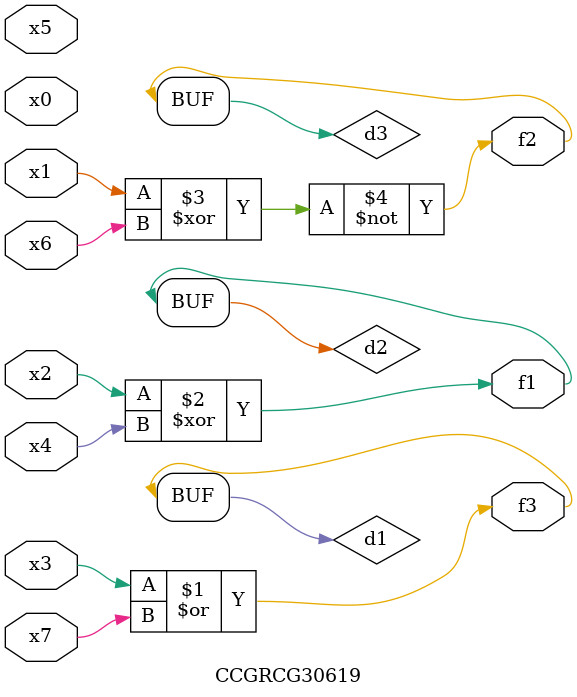
<source format=v>
module CCGRCG30619(
	input x0, x1, x2, x3, x4, x5, x6, x7,
	output f1, f2, f3
);

	wire d1, d2, d3;

	or (d1, x3, x7);
	xor (d2, x2, x4);
	xnor (d3, x1, x6);
	assign f1 = d2;
	assign f2 = d3;
	assign f3 = d1;
endmodule

</source>
